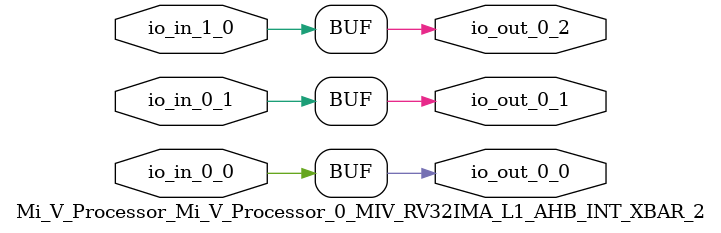
<source format=v>
`define RANDOMIZE
`timescale 1ns/10ps
module Mi_V_Processor_Mi_V_Processor_0_MIV_RV32IMA_L1_AHB_INT_XBAR_2(
  input   io_in_1_0,
  input   io_in_0_0,
  input   io_in_0_1,
  output  io_out_0_0,
  output  io_out_0_1,
  output  io_out_0_2
);
  assign io_out_0_0 = io_in_0_0;
  assign io_out_0_1 = io_in_0_1;
  assign io_out_0_2 = io_in_1_0;
endmodule

</source>
